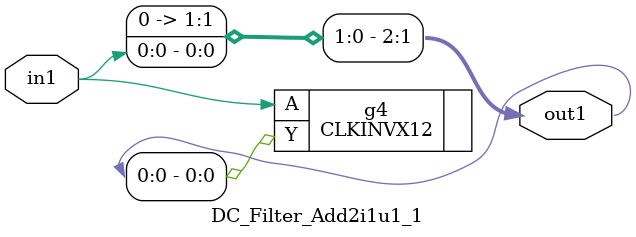
<source format=v>
`timescale 1ps / 1ps


module DC_Filter_Add2i1u1_1(in1, out1);
  input in1;
  output [2:0] out1;
  wire in1;
  wire [2:0] out1;
  assign out1[1] = in1;
  assign out1[2] = 1'b0;
  CLKINVX12 g4(.A (in1), .Y (out1[0]));
endmodule



</source>
